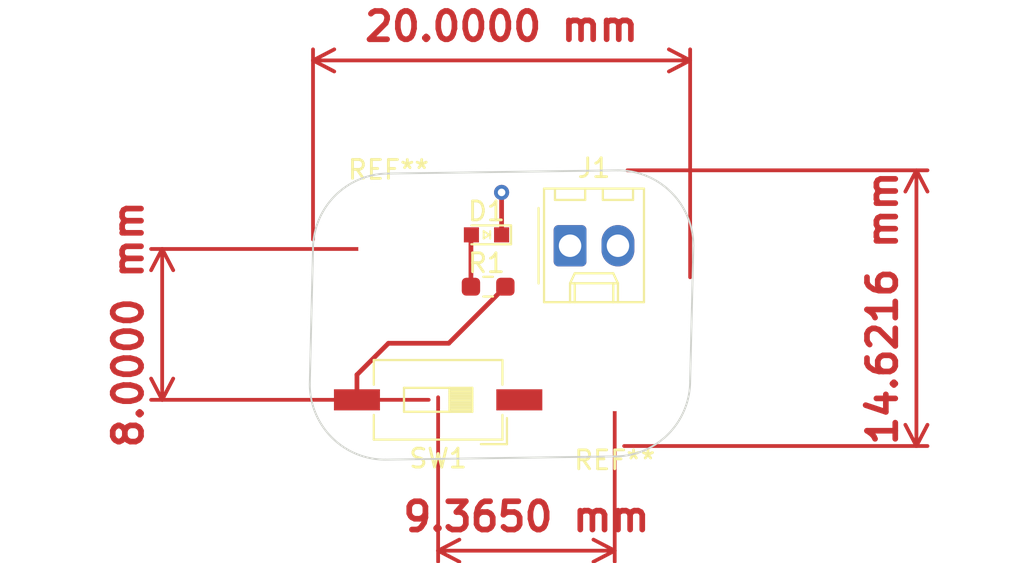
<source format=kicad_pcb>
(kicad_pcb (version 20240108) (generator "pcbnew") (generator_version "8.0")
  (title_block (title "LED Project") (date "2025-09-16") (rev "1.0") (company "Illni Solar Car") (comment 1 "Designed by:Derrick Lee "))
  (layers (0 "F.Cu" signal) (31 "B.Cu" signal) (34 "B.Paste" user) (35 "F.Paste" user) (36 "B.SilkS" user "B.Silkscreen") (37 "F.SilkS" user "F.Silkscreen") (38 "B.Mask" user) (39 "F.Mask" user) (44 "Edge.Cuts" user))
  (net 0 "")
  (net 1 "Net-(D1-A)")
  (net 2 "GND")
  (net 3 "+3V3")
  (net 4 "Net-(R1-Pad1)")
  (footprint "layout:LED_0603_Symbol_on_F.SilkS" (layer "F.Cu") (at 169.2 93.25 180)
    (property "Reference" "D1" (at 0 1.25 360) (layer "F.SilkS"))
    (property "Value" "LED_Red")
    (fp_line (start 0.15 0.2) (end -0.15 0) (stroke (width 0.1)) (layer "F.SilkS"))
    (fp_line (start 0.15 -0.2) (end 0.15 0.2) (stroke (width 0.1)) (layer "F.SilkS"))
    (fp_line (start -0.15 0) (end 0.15 -0.2) (stroke (width 0.1)) (layer "F.SilkS"))
    (fp_line (start -0.2 -0.2) (end -0.2 0.2) (stroke (width 0.1)) (layer "F.SilkS"))
    (fp_line (start -1.3 0.5) (end 0.8 0.5) (stroke (width 0.12)) (layer "F.SilkS"))
    (fp_line (start -1.3 -0.5) (end 0.8 -0.5) (stroke (width 0.12)) (layer "F.SilkS"))
    (fp_line (start -1.3 -0.5) (end -1.3 0.5) (stroke (width 0.12)) (layer "F.SilkS"))
    (pad "1" smd rect (at -0.8 0) (size 0.8 0.8) (layers "F.Cu" "F.Paste" "F.Mask") (net 2 "GND"))
    (pad "2" smd rect (at 0.8 0) (size 0.8 0.8) (layers "F.Cu" "F.Paste" "F.Mask") (net 1 "Net-(D1-A)"))
  )
  (footprint "Connector_Molex:Molex_KK-254_AE-6410-02A_1x02_P2.54mm_Vertical" (layer "F.Cu") (at 173.631573 93.828427)
    (property "Reference" "J1" (at 1.27 -4.12 360) (layer "F.SilkS"))
    (property "Value" "Conn_01x02")
    (fp_line (start -1.67 -2) (end -1.67 2) (stroke (width 0.12)) (layer "F.SilkS"))
    (fp_line (start -1.38 -3.03) (end -1.38 2.99) (stroke (width 0.12)) (layer "F.SilkS"))
    (fp_line (start -1.38 2.99) (end 3.92 2.99) (stroke (width 0.12)) (layer "F.SilkS"))
    (fp_line (start -0.8 -3.03) (end -0.8 -2.43) (stroke (width 0.12)) (layer "F.SilkS"))
    (fp_line (start -0.8 -2.43) (end 0.8 -2.43) (stroke (width 0.12)) (layer "F.SilkS"))
    (fp_line (start 0 1.99) (end 0.25 1.46) (stroke (width 0.12)) (layer "F.SilkS"))
    (fp_line (start 0 1.99) (end 2.54 1.99) (stroke (width 0.12)) (layer "F.SilkS"))
    (fp_line (start 0 2.99) (end 0 1.99) (stroke (width 0.12)) (layer "F.SilkS"))
    (fp_line (start 0.25 1.46) (end 2.29 1.46) (stroke (width 0.12)) (layer "F.SilkS"))
    (fp_line (start 0.25 2.99) (end 0.25 1.99) (stroke (width 0.12)) (layer "F.SilkS"))
    (fp_line (start 0.8 -2.43) (end 0.8 -3.03) (stroke (width 0.12)) (layer "F.SilkS"))
    (fp_line (start 1.74 -3.03) (end 1.74 -2.43) (stroke (width 0.12)) (layer "F.SilkS"))
    (fp_line (start 1.74 -2.43) (end 3.34 -2.43) (stroke (width 0.12)) (layer "F.SilkS"))
    (fp_line (start 2.29 1.46) (end 2.54 1.99) (stroke (width 0.12)) (layer "F.SilkS"))
    (fp_line (start 2.29 2.99) (end 2.29 1.99) (stroke (width 0.12)) (layer "F.SilkS"))
    (fp_line (start 2.54 1.99) (end 2.54 2.99) (stroke (width 0.12)) (layer "F.SilkS"))
    (fp_line (start 3.34 -2.43) (end 3.34 -3.03) (stroke (width 0.12)) (layer "F.SilkS"))
    (fp_line (start 3.92 -3.03) (end -1.38 -3.03) (stroke (width 0.12)) (layer "F.SilkS"))
    (fp_line (start 3.92 2.99) (end 3.92 -3.03) (stroke (width 0.12)) (layer "F.SilkS"))
    (pad "1" thru_hole roundrect (at 0 0) (size 1.74 2.19) (drill 1.19) (layers "*.Cu" "*.Mask" "In1.Cu" "In2.Cu" "In3.Cu" "In4.Cu" "In5.Cu" "In6.Cu" "In7.Cu" "In8.Cu" "In9.Cu" "In10.Cu" "In11.Cu" "In12.Cu" "In13.Cu" "In14.Cu" "In15.Cu" "In16.Cu" "In17.Cu" "In18.Cu" "In19.Cu" "In20.Cu" "In21.Cu" "In22.Cu" "In23.Cu" "In24.Cu" "In25.Cu" "In26.Cu" "In27.Cu" "In28.Cu" "In29.Cu" "In30.Cu") (roundrect_rratio 0.143678) (net 2 "GND"))
    (pad "2" thru_hole oval (at 2.54 0) (size 1.74 2.19) (drill 1.19) (layers "*.Cu" "*.Mask" "In1.Cu" "In2.Cu" "In3.Cu" "In4.Cu" "In5.Cu" "In6.Cu" "In7.Cu" "In8.Cu" "In9.Cu" "In10.Cu" "In11.Cu" "In12.Cu" "In13.Cu" "In14.Cu" "In15.Cu" "In16.Cu" "In17.Cu" "In18.Cu" "In19.Cu" "In20.Cu" "In21.Cu" "In22.Cu" "In23.Cu" "In24.Cu" "In25.Cu" "In26.Cu" "In27.Cu" "In28.Cu" "In29.Cu" "In30.Cu") (net 3 "+3V3"))
  )
  (footprint "MountingHole:MountingHole_3.2mm_M3" (layer "F.Cu") (at 164 94)
    (property "Reference" "REF**" (at 0 -4.2 360) (layer "F.SilkS"))
    (property "Value" "MountingHole_3.2mm_M3" (hide yes))
    (pad "" np_thru_hole circle (at 0 0) (size 3.2 3.2) (drill 3.2) (layers "*.Cu" "*.Mask" "In1.Cu" "In2.Cu" "In3.Cu" "In4.Cu" "In5.Cu" "In6.Cu" "In7.Cu" "In8.Cu" "In9.Cu" "In10.Cu" "In11.Cu" "In12.Cu" "In13.Cu" "In14.Cu" "In15.Cu" "In16.Cu" "In17.Cu" "In18.Cu" "In19.Cu" "In20.Cu" "In21.Cu" "In22.Cu" "In23.Cu" "In24.Cu" "In25.Cu" "In26.Cu" "In27.Cu" "In28.Cu" "In29.Cu" "In30.Cu"))
  )
  (footprint "Button_Switch_SMD:SW_DIP_SPSTx01_Slide_6.7x4.1mm_W8.61mm_P2.54mm_LowProfile" (layer "F.Cu") (at 166.635 102 180)
    (property "Reference" "SW1" (at 0 -3.11 360) (layer "F.SilkS"))
    (property "Value" "SW_Push")
    (fp_line (start 3.41 0.8) (end 3.41 2.11) (stroke (width 0.12)) (layer "F.SilkS"))
    (fp_line (start 3.41 -2.11) (end 3.41 -0.8) (stroke (width 0.12)) (layer "F.SilkS"))
    (fp_line (start 1.81 0.635) (end 1.81 -0.635) (stroke (width 0.12)) (layer "F.SilkS"))
    (fp_line (start 1.81 -0.635) (end -1.81 -0.635) (stroke (width 0.12)) (layer "F.SilkS"))
    (fp_line (start -0.603333 -0.635) (end -0.603333 0.635) (stroke (width 0.12)) (layer "F.SilkS"))
    (fp_line (start -1.81 0.635) (end 1.81 0.635) (stroke (width 0.12)) (layer "F.SilkS"))
    (fp_line (start -1.81 0.565) (end -0.603333 0.565) (stroke (width 0.12)) (layer "F.SilkS"))
    (fp_line (start -1.81 0.445) (end -0.603333 0.445) (stroke (width 0.12)) (layer "F.SilkS"))
    (fp_line (start -1.81 0.325) (end -0.603333 0.325) (stroke (width 0.12)) (layer "F.SilkS"))
    (fp_line (start -1.81 0.205) (end -0.603333 0.205) (stroke (width 0.12)) (layer "F.SilkS"))
    (fp_line (start -1.81 0.085) (end -0.603333 0.085) (stroke (width 0.12)) (layer "F.SilkS"))
    (fp_line (start -1.81 -0.035) (end -0.603333 -0.035) (stroke (width 0.12)) (layer "F.SilkS"))
    (fp_line (start -1.81 -0.155) (end -0.603333 -0.155) (stroke (width 0.12)) (layer "F.SilkS"))
    (fp_line (start -1.81 -0.275) (end -0.603333 -0.275) (stroke (width 0.12)) (layer "F.SilkS"))
    (fp_line (start -1.81 -0.395) (end -0.603333 -0.395) (stroke (width 0.12)) (layer "F.SilkS"))
    (fp_line (start -1.81 -0.515) (end -0.603333 -0.515) (stroke (width 0.12)) (layer "F.SilkS"))
    (fp_line (start -1.81 -0.635) (end -1.81 0.635) (stroke (width 0.12)) (layer "F.SilkS"))
    (fp_line (start -3.41 2.11) (end 3.41 2.11) (stroke (width 0.12)) (layer "F.SilkS"))
    (fp_line (start -3.41 0.8) (end -3.41 2.11) (stroke (width 0.12)) (layer "F.SilkS"))
    (fp_line (start -3.41 -2.11) (end 3.41 -2.11) (stroke (width 0.12)) (layer "F.SilkS"))
    (fp_line (start -3.41 -2.11) (end -3.41 -0.8) (stroke (width 0.12)) (layer "F.SilkS"))
    (fp_line (start -3.65 -2.35) (end -2.267 -2.35) (stroke (width 0.12)) (layer "F.SilkS"))
    (fp_line (start -3.65 -2.35) (end -3.65 -0.967) (stroke (width 0.12)) (layer "F.SilkS"))
    (pad "1" smd rect (at -4.305 0 180) (size 2.44 1.12) (layers "F.Cu" "F.Paste" "F.Mask") (net 3 "+3V3"))
    (pad "2" smd rect (at 4.305 0 180) (size 2.44 1.12) (layers "F.Cu" "F.Paste" "F.Mask") (net 4 "Net-(R1-Pad1)"))
  )
  (footprint "Resistor_SMD:R_0603_1608Metric_Pad0.98x0.95mm_HandSolder" (layer "F.Cu") (at 169.2875 96 180)
    (property "Reference" "R1" (at 0.0875 1.25 360) (layer "F.SilkS"))
    (property "Value" "105")
    (fp_line (start -0.254724 0.5225) (end 0.254724 0.5225) (stroke (width 0.12)) (layer "F.SilkS"))
    (fp_line (start -0.254724 -0.5225) (end 0.254724 -0.5225) (stroke (width 0.12)) (layer "F.SilkS"))
    (pad "1" smd roundrect (at -0.9125 0 180) (size 0.975 0.95) (layers "F.Cu" "F.Paste" "F.Mask") (net 4 "Net-(R1-Pad1)"))
    (pad "2" smd roundrect (at 0.9125 0 180) (size 0.975 0.95) (layers "F.Cu" "F.Paste" "F.Mask") (net 1 "Net-(D1-A)"))
  )
  (footprint "MountingHole:MountingHole_3.2mm_M3" (layer "F.Cu") (at 176 101 180)
    (property "Reference" "REF**" (at 0 -4.2 360) (layer "F.SilkS"))
    (property "Value" "MountingHole_3.2mm_M3")
    (pad "" np_thru_hole circle (at 0 0 180) (size 3.2 3.2) (drill 3.2) (layers "*.Cu" "*.Mask" "In1.Cu" "In2.Cu" "In3.Cu" "In4.Cu" "In5.Cu" "In6.Cu" "In7.Cu" "In8.Cu" "In9.Cu" "In10.Cu" "In11.Cu" "In12.Cu" "In13.Cu" "In14.Cu" "In15.Cu" "In16.Cu" "In17.Cu" "In18.Cu" "In19.Cu" "In20.Cu" "In21.Cu" "In22.Cu" "In23.Cu" "In24.Cu" "In25.Cu" "In26.Cu" "In27.Cu" "In28.Cu" "In29.Cu" "In30.Cu"))
  )
  (gr_line (start 163.828427 105.171573) (end 176 105) (stroke (width 0.1)) (layer "Edge.Cuts"))
  (gr_arc (start 163.828427 105.171573) (mid 161 104) (end 159.828427 101.171573) (stroke (width 0.1)) (layer "Edge.Cuts"))
  (gr_arc (start 180 101) (mid 178.828427 103.828427) (end 176 105) (stroke (width 0.1)) (layer "Edge.Cuts"))
  (gr_line (start 164 90) (end 176.171573 89.828428) (stroke (width 0.1)) (layer "Edge.Cuts"))
  (gr_line (start 180 101) (end 180.171572 93.828427) (stroke (width 0.1)) (layer "Edge.Cuts"))
  (gr_line (start 160 94) (end 159.828427 101.171573) (stroke (width 0.1)) (layer "Edge.Cuts"))
  (gr_arc (start 160 94) (mid 161.171573 91.171573) (end 164 90) (stroke (width 0.1)) (layer "Edge.Cuts"))
  (gr_arc (start 176.171573 89.828428) (mid 178.999999 91.000001) (end 180.171572 93.828427) (stroke (width 0.1)) (layer "Edge.Cuts"))
  (dimension (type orthogonal) (layer "F.Cu") (pts (xy 164 94) (xy 166.635 102)) (height -12) (orientation 1) (gr_text "8.0000 mm" (at 150.2 98 90) (layer "F.Cu") (effects (font (size 1.5 1.5) (thickness 0.3)))) (format (prefix "") (suffix "") (units 3) (units_format 1) (precision 4)) (style (thickness 0.2) (arrow_length 1.27) (text_position_mode 0) (extension_height 0.58642) (extension_offset 0.5) keep_text_aligned))
  (dimension (type orthogonal) (layer "F.Cu") (pts (xy 176 101) (xy 166.635 101.365)) (height 9) (orientation 0) (gr_text "9.3650 mm" (at 171.3175 108.2 0) (layer "F.Cu") (effects (font (size 1.5 1.5) (thickness 0.3)))) (format (prefix "") (suffix "") (units 3) (units_format 1) (precision 4)) (style (thickness 0.2) (arrow_length 1.27) (text_position_mode 0) (extension_height 0.58642) (extension_offset 0.5) keep_text_aligned))
  (dimension (type orthogonal) (layer "F.Cu") (pts (xy 176.171573 89.828428) (xy 176 104.45)) (height 15.828427) (orientation 1) (gr_text "14.6216 mm" (at 190.2 97.139214 90) (layer "F.Cu") (effects (font (size 1.5 1.5) (thickness 0.3)))) (format (prefix "") (suffix "") (units 3) (units_format 1) (precision 4)) (style (thickness 0.2) (arrow_length 1.27) (text_position_mode 0) (extension_height 0.58642) (extension_offset 0.5) keep_text_aligned))
  (dimension (type orthogonal) (layer "F.Cu") (pts (xy 160 94) (xy 180 96)) (height -10) (orientation 0) (gr_text "20.0000 mm" (at 170 82.2 0) (layer "F.Cu") (effects (font (size 1.5 1.5) (thickness 0.3)))) (format (prefix "") (suffix "") (units 3) (units_format 1) (precision 4)) (style (thickness 0.2) (arrow_length 1.27) (text_position_mode 0) (extension_height 0.58642) (extension_offset 0.5) keep_text_aligned))
  (segment (start 168.375 96) (end 168.375 93.275) (width 0.25) (layer "F.Cu") (net 1))
  (segment (start 168.375 93.275) (end 168.4 93.25) (width 0.25) (layer "F.Cu") (net 1))
  (segment (start 170 93.25) (end 170 91) (width 0.25) (layer "F.Cu") (net 2))
  (via (at 170 91) (size 0.8) (drill 0.4) (layers "F.Cu" "B.Cu") (net 2))
  (segment (start 167.2 99) (end 170.2 96) (width 0.25) (layer "F.Cu") (net 4))
  (segment (start 164 99) (end 167.2 99) (width 0.25) (layer "F.Cu") (net 4))
  (segment (start 162.33 102) (end 162.33 100.67) (width 0.25) (layer "F.Cu") (net 4))
  (segment (start 162.33 100.67) (end 164 99) (width 0.25) (layer "F.Cu") (net 4))
)
</source>
